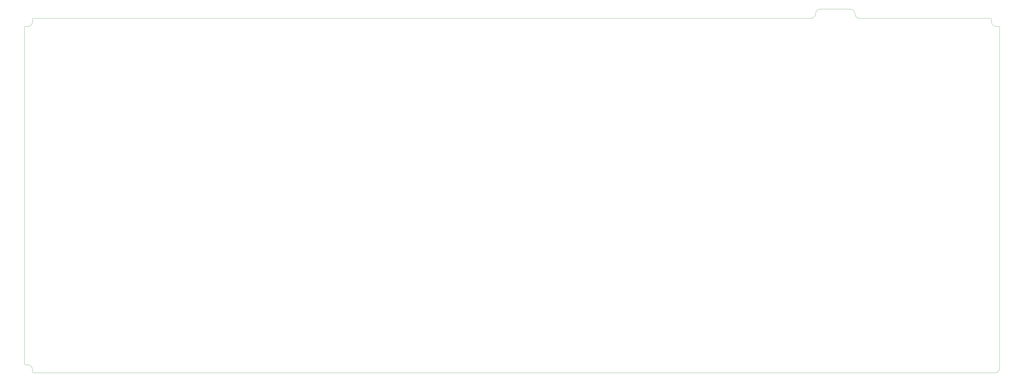
<source format=gm1>
%TF.GenerationSoftware,KiCad,Pcbnew,5.1.9*%
%TF.CreationDate,2022-11-22T14:36:08-05:00*%
%TF.ProjectId,EKS1000-V4,454b5331-3030-4302-9d56-342e6b696361,rev?*%
%TF.SameCoordinates,Original*%
%TF.FileFunction,Profile,NP*%
%FSLAX46Y46*%
G04 Gerber Fmt 4.6, Leading zero omitted, Abs format (unit mm)*
G04 Created by KiCad (PCBNEW 5.1.9) date 2022-11-22 14:36:08*
%MOMM*%
%LPD*%
G01*
G04 APERTURE LIST*
%TA.AperFunction,Profile*%
%ADD10C,0.050000*%
%TD*%
G04 APERTURE END LIST*
D10*
X315722000Y24161750D02*
G75*
G02*
X317500000Y22383750I0J-1778000D01*
G01*
X317500000Y22383750D02*
G75*
G03*
X319246250Y20637500I1746250J0D01*
G01*
X300640750Y20637500D02*
G75*
G03*
X302418750Y22415500I0J1778000D01*
G01*
X373062500Y-114173000D02*
G75*
G02*
X371284500Y-115951000I-1778000J0D01*
G01*
X1841500Y-115951000D02*
X371284500Y-115951000D01*
X1841500Y-115951000D02*
G75*
G02*
X1460500Y-115570000I0J381000D01*
G01*
X-1270000Y-112839500D02*
G75*
G02*
X-1587500Y-112522000I0J317500D01*
G01*
X-1270000Y-112839500D02*
X-317500Y-112839500D01*
X1460500Y-115570000D02*
X1460500Y-114617500D01*
X-317500Y-112839500D02*
G75*
G02*
X1460500Y-114617500I0J-1778000D01*
G01*
X373062500Y17203245D02*
X373062500Y-114173000D01*
X369570000Y20637500D02*
G75*
G02*
X369951000Y20256500I0J-381000D01*
G01*
X372681500Y17526000D02*
G75*
G02*
X373062500Y17203245I0J-386255D01*
G01*
X372681500Y17526000D02*
X371729000Y17526000D01*
X369951000Y20256500D02*
X369951000Y19304000D01*
X371729000Y17526000D02*
G75*
G02*
X369951000Y19304000I0J1778000D01*
G01*
X315722000Y24161750D02*
X304165000Y24161750D01*
X302418750Y22415500D02*
G75*
G02*
X304165000Y24161750I1746250J0D01*
G01*
X1524000Y20256500D02*
X1524000Y19304000D01*
X1524000Y20256500D02*
G75*
G02*
X1905000Y20637500I381000J0D01*
G01*
X-1206500Y17526000D02*
X-254000Y17526000D01*
X-1587500Y17145000D02*
G75*
G02*
X-1206500Y17526000I381000J0D01*
G01*
X1524000Y19304000D02*
G75*
G02*
X-254000Y17526000I-1778000J0D01*
G01*
X319246250Y20637500D02*
X369570000Y20637500D01*
X1905000Y20637500D02*
X300640750Y20637500D01*
X-1587500Y17145000D02*
X-1587500Y-112522000D01*
M02*

</source>
